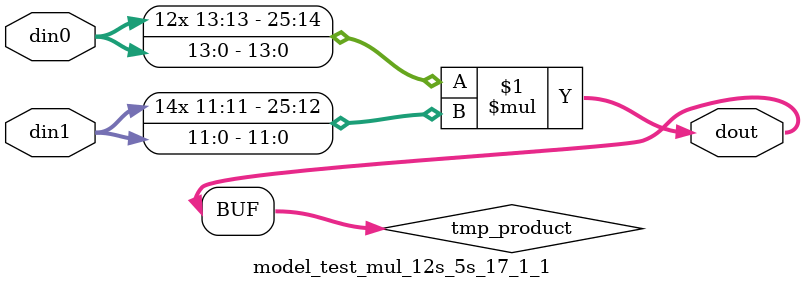
<source format=v>

`timescale 1 ns / 1 ps

  module model_test_mul_12s_5s_17_1_1(din0, din1, dout);
parameter ID = 1;
parameter NUM_STAGE = 0;
parameter din0_WIDTH = 14;
parameter din1_WIDTH = 12;
parameter dout_WIDTH = 26;

input [din0_WIDTH - 1 : 0] din0; 
input [din1_WIDTH - 1 : 0] din1; 
output [dout_WIDTH - 1 : 0] dout;

wire signed [dout_WIDTH - 1 : 0] tmp_product;













assign tmp_product = $signed(din0) * $signed(din1);








assign dout = tmp_product;







endmodule

</source>
